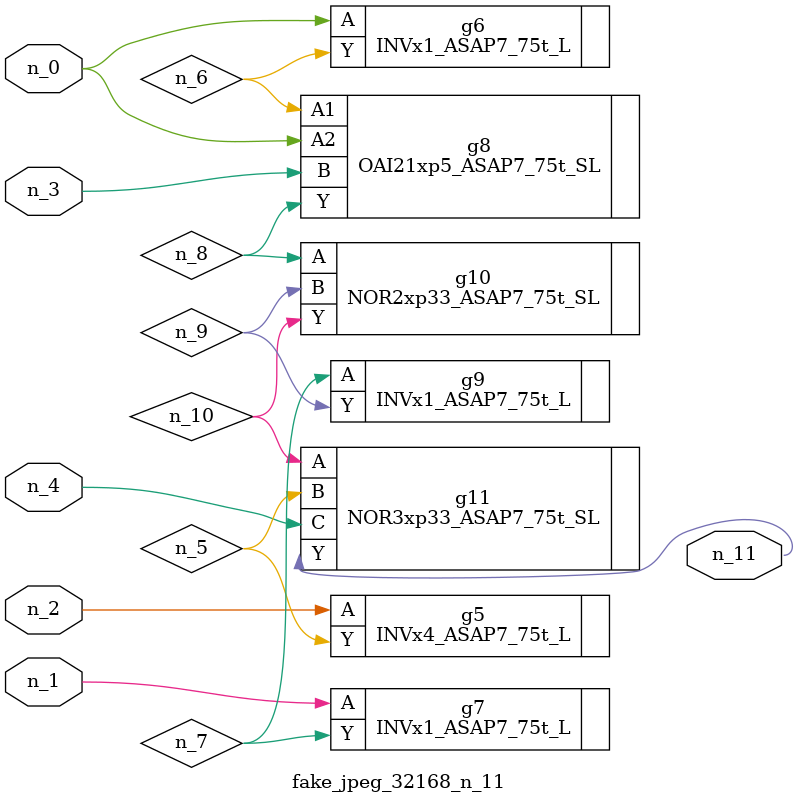
<source format=v>
module fake_jpeg_32168_n_11 (n_3, n_2, n_1, n_0, n_4, n_11);

input n_3;
input n_2;
input n_1;
input n_0;
input n_4;

output n_11;

wire n_10;
wire n_8;
wire n_9;
wire n_6;
wire n_5;
wire n_7;

INVx4_ASAP7_75t_L g5 ( 
.A(n_2),
.Y(n_5)
);

INVx1_ASAP7_75t_L g6 ( 
.A(n_0),
.Y(n_6)
);

INVx1_ASAP7_75t_L g7 ( 
.A(n_1),
.Y(n_7)
);

OAI21xp5_ASAP7_75t_SL g8 ( 
.A1(n_6),
.A2(n_0),
.B(n_3),
.Y(n_8)
);

NOR2xp33_ASAP7_75t_SL g10 ( 
.A(n_8),
.B(n_9),
.Y(n_10)
);

INVx1_ASAP7_75t_L g9 ( 
.A(n_7),
.Y(n_9)
);

NOR3xp33_ASAP7_75t_SL g11 ( 
.A(n_10),
.B(n_5),
.C(n_4),
.Y(n_11)
);


endmodule
</source>
